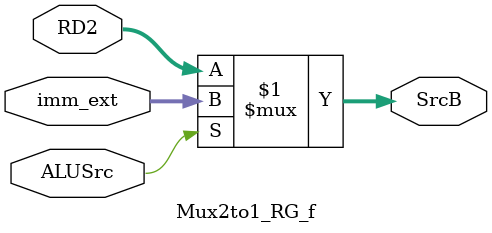
<source format=sv>
module Mux2to1_RG_f(
    input wire [31:0] RD2,         // Input 0 (Data from Register 2)
    input wire [31:0] imm_ext,      // Input 1 (Immediate value)
    input wire ALUSrc,             // ALU source selector
    output wire [31:0] SrcB        // Output (ALU input B)
);
    assign SrcB = ALUSrc ? imm_ext : RD2; // Select ALU input B
endmodule

</source>
